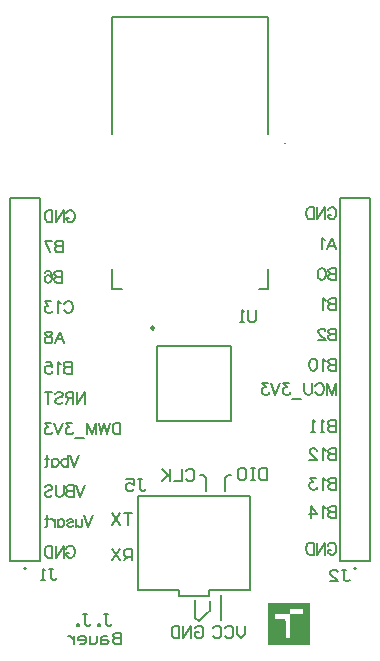
<source format=gbo>
G04*
G04 #@! TF.GenerationSoftware,Altium Limited,Altium Designer,26.1.1 (7)*
G04*
G04 Layer_Color=32896*
%FSLAX25Y25*%
%MOIN*%
G70*
G04*
G04 #@! TF.SameCoordinates,21E4D09F-D184-4A1B-8AE9-C821449E0F92*
G04*
G04*
G04 #@! TF.FilePolarity,Positive*
G04*
G01*
G75*
%ADD10C,0.00984*%
%ADD11C,0.00787*%
%ADD12C,0.00394*%
%ADD15C,0.00602*%
G36*
X230217Y51378D02*
Y51355D01*
Y48996D01*
X216339D01*
Y62850D01*
X230217D01*
Y51378D01*
D02*
G37*
%LPC*%
G36*
X223694Y59173D02*
X218582D01*
Y57739D01*
X221127D01*
Y57715D01*
X221265D01*
Y57692D01*
X221358D01*
Y57669D01*
X221427D01*
Y57646D01*
X221473D01*
Y57623D01*
X221520D01*
Y57600D01*
X221566D01*
Y57577D01*
X221589D01*
Y57554D01*
X221635D01*
Y57530D01*
X221658D01*
Y57507D01*
X221705D01*
Y57484D01*
X221728D01*
Y57461D01*
X221751D01*
Y57438D01*
X221774D01*
Y57415D01*
X221797D01*
Y57392D01*
X221820D01*
Y57369D01*
X221844D01*
Y57345D01*
X221867D01*
Y57299D01*
X221890D01*
Y57276D01*
X221913D01*
Y57253D01*
X221936D01*
Y57207D01*
X221959D01*
Y57160D01*
X221982D01*
Y57114D01*
X222005D01*
Y57068D01*
X222028D01*
Y56975D01*
X222052D01*
Y56860D01*
X222075D01*
Y51794D01*
Y51771D01*
Y51285D01*
X223694D01*
Y59173D01*
D02*
G37*
G36*
X227973Y60746D02*
X223694D01*
Y59173D01*
X227996D01*
Y60722D01*
X227973D01*
Y60746D01*
D02*
G37*
%LPD*%
D10*
X178268Y154626D02*
G03*
X178268Y154626I-492J0D01*
G01*
D11*
X135689Y74394D02*
G03*
X135689Y74394I-394J0D01*
G01*
X245689D02*
G03*
X245689Y74394I-394J0D01*
G01*
X213150Y167677D02*
X216299D01*
Y174370D01*
X164331Y167677D02*
X167480D01*
X164331D02*
Y174370D01*
Y219252D02*
Y258228D01*
X216299D01*
Y219252D02*
Y258228D01*
X179154Y148425D02*
X203957D01*
Y123622D02*
Y148425D01*
X179154Y123622D02*
X203957D01*
X179154D02*
Y148425D01*
X196476Y67079D02*
X210256D01*
X196476Y65110D02*
Y67079D01*
X186634Y65110D02*
X196476D01*
X186634D02*
Y67079D01*
X172854D02*
X186634D01*
X172854D02*
Y98575D01*
X210256D01*
Y67079D02*
Y98575D01*
X130295Y76953D02*
X140295D01*
X132795Y197957D02*
X137795D01*
X140295Y76953D02*
Y197898D01*
X130295Y76953D02*
Y197898D01*
Y197957D02*
X132795D01*
X137795D02*
X140295D01*
X247795D02*
X250295D01*
X240295D02*
X242795D01*
X240295Y76953D02*
Y197898D01*
X250295Y76953D02*
Y197898D01*
X242795Y197957D02*
X247795D01*
X240295Y76953D02*
X250295D01*
D12*
X221811Y216102D02*
G03*
X222205Y216102I197J0D01*
G01*
D02*
G03*
X221811Y216102I-197J0D01*
G01*
D15*
X196727Y60310D02*
Y63737D01*
X196358Y59941D02*
X196727Y60310D01*
X193209Y56791D02*
X196358Y59941D01*
X192027Y57973D02*
X193128Y56872D01*
X192027Y57973D02*
Y59252D01*
X192028Y63779D01*
X200394Y57382D02*
Y65650D01*
X202756Y105413D02*
X203937D01*
X201772Y100295D02*
Y104429D01*
X202756Y105413D01*
X194685Y105512D02*
X195669Y104528D01*
Y100394D02*
Y104528D01*
X193504Y105512D02*
X194685D01*
X161646Y59230D02*
X162958D01*
X162302D01*
Y55950D01*
X162958Y55295D01*
X163614D01*
X164270Y55950D01*
X160334Y55295D02*
Y55950D01*
X159678D01*
Y55295D01*
X160334D01*
X154430Y59230D02*
X155742D01*
X155086D01*
Y55950D01*
X155742Y55295D01*
X156398D01*
X157054Y55950D01*
X153119Y55295D02*
Y55950D01*
X152462D01*
Y55295D01*
X153119D01*
X167222Y53062D02*
Y49126D01*
X165254D01*
X164598Y49782D01*
Y50438D01*
X165254Y51094D01*
X167222D01*
X165254D01*
X164598Y51750D01*
Y52406D01*
X165254Y53062D01*
X167222D01*
X162630Y51750D02*
X161318D01*
X160662Y51094D01*
Y49126D01*
X162630D01*
X163286Y49782D01*
X162630Y50438D01*
X160662D01*
X159350Y51750D02*
Y49782D01*
X158694Y49126D01*
X156726D01*
Y51750D01*
X153446Y49126D02*
X154758D01*
X155414Y49782D01*
Y51094D01*
X154758Y51750D01*
X153446D01*
X152790Y51094D01*
Y50438D01*
X155414D01*
X151479Y51750D02*
Y49126D01*
Y50438D01*
X150823Y51094D01*
X150167Y51750D01*
X149511D01*
X148953Y192873D02*
X149141Y193248D01*
X149516Y193623D01*
X149890Y193810D01*
X150640D01*
X151015Y193623D01*
X151390Y193248D01*
X151577Y192873D01*
X151765Y192311D01*
Y191373D01*
X151577Y190811D01*
X151390Y190436D01*
X151015Y190061D01*
X150640Y189874D01*
X149890D01*
X149516Y190061D01*
X149141Y190436D01*
X148953Y190811D01*
Y191373D01*
X149890D02*
X148953D01*
X148054Y193810D02*
Y189874D01*
Y193810D02*
X145430Y189874D01*
Y193810D02*
Y189874D01*
X144342Y193810D02*
Y189874D01*
Y193810D02*
X143030D01*
X142468Y193623D01*
X142093Y193248D01*
X141906Y192873D01*
X141718Y192311D01*
Y191373D01*
X141906Y190811D01*
X142093Y190436D01*
X142468Y190061D01*
X143030Y189874D01*
X144342D01*
X191951Y54669D02*
X192607Y55326D01*
X193919D01*
X194575Y54669D01*
Y52046D01*
X193919Y51390D01*
X192607D01*
X191951Y52046D01*
Y53358D01*
X193263D01*
X190639Y51390D02*
Y55326D01*
X188015Y51390D01*
Y55326D01*
X186703D02*
Y51390D01*
X184736D01*
X184080Y52046D01*
Y54669D01*
X184736Y55326D01*
X186703D01*
X208453Y55129D02*
Y52505D01*
X207141Y51193D01*
X205829Y52505D01*
Y55129D01*
X201893Y54473D02*
X202549Y55129D01*
X203861D01*
X204517Y54473D01*
Y51849D01*
X203861Y51193D01*
X202549D01*
X201893Y51849D01*
X197958Y54473D02*
X198613Y55129D01*
X199925D01*
X200581Y54473D01*
Y51849D01*
X199925Y51193D01*
X198613D01*
X197958Y51849D01*
X170854Y77079D02*
Y81015D01*
X168886D01*
X168230Y80358D01*
Y79047D01*
X168886Y78391D01*
X170854D01*
X169542D02*
X168230Y77079D01*
X166919Y81015D02*
X164295Y77079D01*
Y81015D02*
X166919Y77079D01*
X170854Y92826D02*
X168230D01*
X169542D01*
Y88890D01*
X166919Y92826D02*
X164295Y88890D01*
Y92826D02*
X166919Y88890D01*
X188900Y106933D02*
X189556Y107589D01*
X190868D01*
X191524Y106933D01*
Y104309D01*
X190868Y103654D01*
X189556D01*
X188900Y104309D01*
X187588Y107589D02*
Y103654D01*
X184964D01*
X183652Y107589D02*
Y103654D01*
Y104965D01*
X181028Y107589D01*
X182996Y105621D01*
X181028Y103654D01*
X215933Y107885D02*
Y103949D01*
X213965D01*
X213309Y104605D01*
Y107229D01*
X213965Y107885D01*
X215933D01*
X211997D02*
X210685D01*
X211341D01*
Y103949D01*
X211997D01*
X210685D01*
X206750Y107885D02*
X208062D01*
X208717Y107229D01*
Y104605D01*
X208062Y103949D01*
X206750D01*
X206094Y104605D01*
Y107229D01*
X206750Y107885D01*
X238965Y95188D02*
Y91252D01*
Y95188D02*
X237278D01*
X236715Y95001D01*
X236528Y94813D01*
X236340Y94438D01*
Y94064D01*
X236528Y93689D01*
X236715Y93501D01*
X237278Y93314D01*
X238965D02*
X237278D01*
X236715Y93126D01*
X236528Y92939D01*
X236340Y92564D01*
Y92002D01*
X236528Y91627D01*
X236715Y91439D01*
X237278Y91252D01*
X238965D01*
X235459Y94438D02*
X235085Y94626D01*
X234522Y95188D01*
Y91252D01*
X230699Y95188D02*
X232573Y92564D01*
X229761D01*
X230699Y95188D02*
Y91252D01*
X157857Y92235D02*
X156357Y88299D01*
X154858Y92235D02*
X156357Y88299D01*
X154351Y90923D02*
Y89049D01*
X154164Y88487D01*
X153789Y88299D01*
X153227D01*
X152852Y88487D01*
X152290Y89049D01*
Y90923D02*
Y88299D01*
X149197Y90361D02*
X149384Y90736D01*
X149947Y90923D01*
X150509D01*
X151071Y90736D01*
X151259Y90361D01*
X151071Y89986D01*
X150697Y89799D01*
X149759Y89611D01*
X149384Y89424D01*
X149197Y89049D01*
Y88862D01*
X149384Y88487D01*
X149947Y88299D01*
X150509D01*
X151071Y88487D01*
X151259Y88862D01*
X146123Y90923D02*
Y88299D01*
Y90361D02*
X146498Y90736D01*
X146873Y90923D01*
X147435D01*
X147810Y90736D01*
X148185Y90361D01*
X148372Y89799D01*
Y89424D01*
X148185Y88862D01*
X147810Y88487D01*
X147435Y88299D01*
X146873D01*
X146498Y88487D01*
X146123Y88862D01*
X145073Y90923D02*
Y88299D01*
Y89799D02*
X144886Y90361D01*
X144511Y90736D01*
X144136Y90923D01*
X143574D01*
X142656Y92235D02*
Y89049D01*
X142468Y88487D01*
X142093Y88299D01*
X141718D01*
X143218Y90923D02*
X141906D01*
X236153Y82046D02*
X236340Y82421D01*
X236715Y82796D01*
X237090Y82983D01*
X237840D01*
X238215Y82796D01*
X238590Y82421D01*
X238777Y82046D01*
X238965Y81484D01*
Y80547D01*
X238777Y79984D01*
X238590Y79610D01*
X238215Y79235D01*
X237840Y79047D01*
X237090D01*
X236715Y79235D01*
X236340Y79610D01*
X236153Y79984D01*
Y80547D01*
X237090D02*
X236153D01*
X235253Y82983D02*
Y79047D01*
Y82983D02*
X232629Y79047D01*
Y82983D02*
Y79047D01*
X231542Y82983D02*
Y79047D01*
Y82983D02*
X230230D01*
X229668Y82796D01*
X229293Y82421D01*
X229105Y82046D01*
X228918Y81484D01*
Y80547D01*
X229105Y79984D01*
X229293Y79610D01*
X229668Y79235D01*
X230230Y79047D01*
X231542D01*
X238965Y104637D02*
Y100701D01*
Y104637D02*
X237278D01*
X236715Y104449D01*
X236528Y104262D01*
X236340Y103887D01*
Y103512D01*
X236528Y103137D01*
X236715Y102950D01*
X237278Y102763D01*
X238965D02*
X237278D01*
X236715Y102575D01*
X236528Y102388D01*
X236340Y102013D01*
Y101451D01*
X236528Y101076D01*
X236715Y100888D01*
X237278Y100701D01*
X238965D01*
X235459Y103887D02*
X235085Y104075D01*
X234522Y104637D01*
Y100701D01*
X232198Y104637D02*
X230136D01*
X231261Y103137D01*
X230699D01*
X230324Y102950D01*
X230136Y102763D01*
X229949Y102200D01*
Y101825D01*
X230136Y101263D01*
X230511Y100888D01*
X231073Y100701D01*
X231636D01*
X232198Y100888D01*
X232386Y101076D01*
X232573Y101451D01*
X238965Y114479D02*
Y110543D01*
Y114479D02*
X237278D01*
X236715Y114292D01*
X236528Y114105D01*
X236340Y113730D01*
Y113355D01*
X236528Y112980D01*
X236715Y112793D01*
X237278Y112605D01*
X238965D02*
X237278D01*
X236715Y112418D01*
X236528Y112230D01*
X236340Y111855D01*
Y111293D01*
X236528Y110918D01*
X236715Y110731D01*
X237278Y110543D01*
X238965D01*
X235459Y113730D02*
X235085Y113917D01*
X234522Y114479D01*
Y110543D01*
X232386Y113542D02*
Y113730D01*
X232198Y114105D01*
X232011Y114292D01*
X231636Y114479D01*
X230886D01*
X230511Y114292D01*
X230324Y114105D01*
X230136Y113730D01*
Y113355D01*
X230324Y112980D01*
X230699Y112418D01*
X232573Y110543D01*
X229949D01*
X238965Y123829D02*
Y119894D01*
X236997D01*
X236341Y120550D01*
Y121206D01*
X236997Y121862D01*
X238965D01*
X236997D01*
X236341Y122518D01*
Y123173D01*
X236997Y123829D01*
X238965D01*
X235029Y119894D02*
X233717D01*
X234373D01*
Y123829D01*
X235029Y123173D01*
X231749Y119894D02*
X230437D01*
X231093D01*
Y123829D01*
X231749Y123173D01*
X238965Y136264D02*
Y132328D01*
Y136264D02*
X237465Y132328D01*
X235966Y136264D02*
X237465Y132328D01*
X235966Y136264D02*
Y132328D01*
X232029Y135327D02*
X232217Y135702D01*
X232592Y136076D01*
X232967Y136264D01*
X233716D01*
X234091Y136076D01*
X234466Y135702D01*
X234653Y135327D01*
X234841Y134765D01*
Y133827D01*
X234653Y133265D01*
X234466Y132890D01*
X234091Y132515D01*
X233716Y132328D01*
X232967D01*
X232592Y132515D01*
X232217Y132890D01*
X232029Y133265D01*
X230924Y136264D02*
Y133452D01*
X230736Y132890D01*
X230361Y132515D01*
X229799Y132328D01*
X229424D01*
X228862Y132515D01*
X228487Y132890D01*
X228299Y133452D01*
Y136264D01*
X227212Y131016D02*
X224213D01*
X223332Y136264D02*
X221271D01*
X222395Y134765D01*
X221833D01*
X221458Y134577D01*
X221271Y134390D01*
X221083Y133827D01*
Y133452D01*
X221271Y132890D01*
X221645Y132515D01*
X222208Y132328D01*
X222770D01*
X223332Y132515D01*
X223520Y132703D01*
X223707Y133078D01*
X220202Y136264D02*
X218703Y132328D01*
X217203Y136264D02*
X218703Y132328D01*
X216322Y136264D02*
X214261D01*
X215385Y134765D01*
X214823D01*
X214448Y134577D01*
X214261Y134390D01*
X214073Y133827D01*
Y133452D01*
X214261Y132890D01*
X214635Y132515D01*
X215198Y132328D01*
X215760D01*
X216322Y132515D01*
X216510Y132703D01*
X216697Y133078D01*
X238965Y144269D02*
Y140333D01*
Y144269D02*
X237278D01*
X236715Y144082D01*
X236528Y143895D01*
X236340Y143520D01*
Y143145D01*
X236528Y142770D01*
X236715Y142582D01*
X237278Y142395D01*
X238965D02*
X237278D01*
X236715Y142208D01*
X236528Y142020D01*
X236340Y141645D01*
Y141083D01*
X236528Y140708D01*
X236715Y140521D01*
X237278Y140333D01*
X238965D01*
X235459Y143520D02*
X235085Y143707D01*
X234522Y144269D01*
Y140333D01*
X231448Y144269D02*
X232011Y144082D01*
X232385Y143520D01*
X232573Y142582D01*
Y142020D01*
X232385Y141083D01*
X232011Y140521D01*
X231448Y140333D01*
X231073D01*
X230511Y140521D01*
X230136Y141083D01*
X229949Y142020D01*
Y142582D01*
X230136Y143520D01*
X230511Y144082D01*
X231073Y144269D01*
X231448D01*
X238965Y154374D02*
Y150438D01*
Y154374D02*
X237278D01*
X236715Y154187D01*
X236528Y153999D01*
X236340Y153625D01*
Y153250D01*
X236528Y152875D01*
X236715Y152687D01*
X237278Y152500D01*
X238965D02*
X237278D01*
X236715Y152313D01*
X236528Y152125D01*
X236340Y151750D01*
Y151188D01*
X236528Y150813D01*
X236715Y150626D01*
X237278Y150438D01*
X238965D01*
X235272Y153437D02*
Y153625D01*
X235085Y153999D01*
X234897Y154187D01*
X234522Y154374D01*
X233773D01*
X233398Y154187D01*
X233210Y153999D01*
X233023Y153625D01*
Y153250D01*
X233210Y152875D01*
X233585Y152313D01*
X235459Y150438D01*
X232835D01*
X238965Y164479D02*
Y160543D01*
Y164479D02*
X237278D01*
X236715Y164292D01*
X236528Y164104D01*
X236340Y163730D01*
Y163355D01*
X236528Y162980D01*
X236715Y162792D01*
X237278Y162605D01*
X238965D02*
X237278D01*
X236715Y162418D01*
X236528Y162230D01*
X236340Y161855D01*
Y161293D01*
X236528Y160918D01*
X236715Y160731D01*
X237278Y160543D01*
X238965D01*
X235459Y163730D02*
X235085Y163917D01*
X234522Y164479D01*
Y160543D01*
X238965Y174584D02*
Y170648D01*
Y174584D02*
X237278D01*
X236715Y174397D01*
X236528Y174209D01*
X236340Y173835D01*
Y173460D01*
X236528Y173085D01*
X236715Y172897D01*
X237278Y172710D01*
X238965D02*
X237278D01*
X236715Y172523D01*
X236528Y172335D01*
X236340Y171960D01*
Y171398D01*
X236528Y171023D01*
X236715Y170836D01*
X237278Y170648D01*
X238965D01*
X234335Y174584D02*
X234897Y174397D01*
X235272Y173835D01*
X235459Y172897D01*
Y172335D01*
X235272Y171398D01*
X234897Y170836D01*
X234335Y170648D01*
X233960D01*
X233398Y170836D01*
X233023Y171398D01*
X232835Y172335D01*
Y172897D01*
X233023Y173835D01*
X233398Y174397D01*
X233960Y174584D01*
X234335D01*
X235966Y180753D02*
X237465Y184689D01*
X238965Y180753D01*
X238402Y182065D02*
X236528D01*
X235047Y183940D02*
X234672Y184127D01*
X234110Y184689D01*
Y180753D01*
X236153Y193857D02*
X236340Y194232D01*
X236715Y194607D01*
X237090Y194794D01*
X237840D01*
X238215Y194607D01*
X238590Y194232D01*
X238777Y193857D01*
X238965Y193295D01*
Y192358D01*
X238777Y191795D01*
X238590Y191420D01*
X238215Y191046D01*
X237840Y190858D01*
X237090D01*
X236715Y191046D01*
X236340Y191420D01*
X236153Y191795D01*
Y192358D01*
X237090D02*
X236153D01*
X235253Y194794D02*
Y190858D01*
Y194794D02*
X232629Y190858D01*
Y194794D02*
Y190858D01*
X231542Y194794D02*
Y190858D01*
Y194794D02*
X230230D01*
X229668Y194607D01*
X229293Y194232D01*
X229105Y193857D01*
X228918Y193295D01*
Y192358D01*
X229105Y191795D01*
X229293Y191420D01*
X229668Y191046D01*
X230230Y190858D01*
X231542D01*
X147847Y183705D02*
Y179769D01*
Y183705D02*
X146161D01*
X145598Y183518D01*
X145411Y183330D01*
X145223Y182955D01*
Y182580D01*
X145411Y182206D01*
X145598Y182018D01*
X146161Y181831D01*
X147847D02*
X146161D01*
X145598Y181643D01*
X145411Y181456D01*
X145223Y181081D01*
Y180519D01*
X145411Y180144D01*
X145598Y179956D01*
X146161Y179769D01*
X147847D01*
X141718Y183705D02*
X143593Y179769D01*
X144342Y183705D02*
X141718D01*
X147660Y173600D02*
Y169664D01*
Y173600D02*
X145973D01*
X145411Y173413D01*
X145223Y173225D01*
X145036Y172850D01*
Y172476D01*
X145223Y172101D01*
X145411Y171913D01*
X145973Y171726D01*
X147660D02*
X145973D01*
X145411Y171538D01*
X145223Y171351D01*
X145036Y170976D01*
Y170414D01*
X145223Y170039D01*
X145411Y169851D01*
X145973Y169664D01*
X147660D01*
X141906Y173038D02*
X142093Y173413D01*
X142656Y173600D01*
X143030D01*
X143593Y173413D01*
X143968Y172850D01*
X144155Y171913D01*
Y170976D01*
X143968Y170226D01*
X143593Y169851D01*
X143030Y169664D01*
X142843D01*
X142281Y169851D01*
X141906Y170226D01*
X141718Y170789D01*
Y170976D01*
X141906Y171538D01*
X142281Y171913D01*
X142843Y172101D01*
X143030D01*
X143593Y171913D01*
X143968Y171538D01*
X144155Y170976D01*
X148335Y162558D02*
X148522Y162933D01*
X148897Y163308D01*
X149272Y163495D01*
X150022D01*
X150397Y163308D01*
X150771Y162933D01*
X150959Y162558D01*
X151146Y161996D01*
Y161058D01*
X150959Y160496D01*
X150771Y160121D01*
X150397Y159746D01*
X150022Y159559D01*
X149272D01*
X148897Y159746D01*
X148522Y160121D01*
X148335Y160496D01*
X147229Y162745D02*
X146854Y162933D01*
X146292Y163495D01*
Y159559D01*
X143968Y163495D02*
X141906D01*
X143030Y161996D01*
X142468D01*
X142093Y161808D01*
X141906Y161621D01*
X141718Y161058D01*
Y160684D01*
X141906Y160121D01*
X142281Y159746D01*
X142843Y159559D01*
X143405D01*
X143968Y159746D01*
X144155Y159934D01*
X144342Y160309D01*
X145261Y149454D02*
X146760Y153390D01*
X148260Y149454D01*
X147697Y150766D02*
X145823D01*
X143405Y153390D02*
X143968Y153203D01*
X144155Y152828D01*
Y152453D01*
X143968Y152078D01*
X143593Y151891D01*
X142843Y151703D01*
X142281Y151516D01*
X141906Y151141D01*
X141718Y150766D01*
Y150204D01*
X141906Y149829D01*
X142093Y149641D01*
X142656Y149454D01*
X143405D01*
X143968Y149641D01*
X144155Y149829D01*
X144342Y150204D01*
Y150766D01*
X144155Y151141D01*
X143780Y151516D01*
X143218Y151703D01*
X142468Y151891D01*
X142093Y152078D01*
X141906Y152453D01*
Y152828D01*
X142093Y153203D01*
X142656Y153390D01*
X143405D01*
X150734Y143285D02*
Y139349D01*
Y143285D02*
X149047D01*
X148485Y143098D01*
X148297Y142910D01*
X148110Y142535D01*
Y142160D01*
X148297Y141786D01*
X148485Y141598D01*
X149047Y141411D01*
X150734D02*
X149047D01*
X148485Y141223D01*
X148297Y141036D01*
X148110Y140661D01*
Y140099D01*
X148297Y139724D01*
X148485Y139536D01*
X149047Y139349D01*
X150734D01*
X147229Y142535D02*
X146854Y142723D01*
X146292Y143285D01*
Y139349D01*
X142093Y143285D02*
X143968D01*
X144155Y141598D01*
X143968Y141786D01*
X143405Y141973D01*
X142843D01*
X142281Y141786D01*
X141906Y141411D01*
X141718Y140848D01*
Y140474D01*
X141906Y139911D01*
X142281Y139536D01*
X142843Y139349D01*
X143405D01*
X143968Y139536D01*
X144155Y139724D01*
X144342Y140099D01*
X155064Y133180D02*
Y129244D01*
Y133180D02*
X152440Y129244D01*
Y133180D02*
Y129244D01*
X151353Y133180D02*
Y129244D01*
Y133180D02*
X149666D01*
X149103Y132993D01*
X148916Y132805D01*
X148728Y132430D01*
Y132055D01*
X148916Y131681D01*
X149103Y131493D01*
X149666Y131306D01*
X151353D01*
X150040D02*
X148728Y129244D01*
X145223Y132618D02*
X145598Y132993D01*
X146161Y133180D01*
X146910D01*
X147473Y132993D01*
X147847Y132618D01*
Y132243D01*
X147660Y131868D01*
X147473Y131681D01*
X147098Y131493D01*
X145973Y131118D01*
X145598Y130931D01*
X145411Y130743D01*
X145223Y130369D01*
Y129806D01*
X145598Y129431D01*
X146161Y129244D01*
X146910D01*
X147473Y129431D01*
X147847Y129806D01*
X143030Y133180D02*
Y129244D01*
X144342Y133180D02*
X141718D01*
X167022Y123075D02*
Y119139D01*
Y123075D02*
X165710D01*
X165148Y122888D01*
X164773Y122513D01*
X164586Y122138D01*
X164398Y121576D01*
Y120639D01*
X164586Y120076D01*
X164773Y119701D01*
X165148Y119326D01*
X165710Y119139D01*
X167022D01*
X163517Y123075D02*
X162580Y119139D01*
X161643Y123075D02*
X162580Y119139D01*
X161643Y123075D02*
X160706Y119139D01*
X159768Y123075D02*
X160706Y119139D01*
X158981Y123075D02*
Y119139D01*
Y123075D02*
X157482Y119139D01*
X155982Y123075D02*
X157482Y119139D01*
X155982Y123075D02*
Y119139D01*
X154858Y117827D02*
X151859D01*
X150978Y123075D02*
X148916D01*
X150040Y121576D01*
X149478D01*
X149103Y121388D01*
X148916Y121201D01*
X148728Y120639D01*
Y120264D01*
X148916Y119701D01*
X149291Y119326D01*
X149853Y119139D01*
X150415D01*
X150978Y119326D01*
X151165Y119514D01*
X151353Y119889D01*
X147847Y123075D02*
X146348Y119139D01*
X144849Y123075D02*
X146348Y119139D01*
X143968Y123075D02*
X141906D01*
X143030Y121576D01*
X142468D01*
X142093Y121388D01*
X141906Y121201D01*
X141718Y120639D01*
Y120264D01*
X141906Y119701D01*
X142281Y119326D01*
X142843Y119139D01*
X143405D01*
X143968Y119326D01*
X144155Y119514D01*
X144342Y119889D01*
X153114Y112314D02*
X151615Y108378D01*
X150116Y112314D02*
X151615Y108378D01*
X149609Y112314D02*
Y108378D01*
Y110440D02*
X149234Y110815D01*
X148860Y111002D01*
X148297D01*
X147923Y110815D01*
X147548Y110440D01*
X147360Y109878D01*
Y109503D01*
X147548Y108940D01*
X147923Y108565D01*
X148297Y108378D01*
X148860D01*
X149234Y108565D01*
X149609Y108940D01*
X144267Y111002D02*
Y108378D01*
Y110440D02*
X144642Y110815D01*
X145017Y111002D01*
X145580D01*
X145954Y110815D01*
X146329Y110440D01*
X146517Y109878D01*
Y109503D01*
X146329Y108940D01*
X145954Y108565D01*
X145580Y108378D01*
X145017D01*
X144642Y108565D01*
X144267Y108940D01*
X142656Y112314D02*
Y109128D01*
X142468Y108565D01*
X142093Y108378D01*
X141718D01*
X143218Y111002D02*
X141906D01*
X155064Y102209D02*
X153564Y98273D01*
X152065Y102209D02*
X153564Y98273D01*
X151559Y102209D02*
Y98273D01*
Y102209D02*
X149872D01*
X149310Y102022D01*
X149122Y101834D01*
X148935Y101459D01*
Y101084D01*
X149122Y100710D01*
X149310Y100522D01*
X149872Y100335D01*
X151559D02*
X149872D01*
X149310Y100147D01*
X149122Y99960D01*
X148935Y99585D01*
Y99023D01*
X149122Y98648D01*
X149310Y98460D01*
X149872Y98273D01*
X151559D01*
X148054Y102209D02*
Y99398D01*
X147866Y98835D01*
X147491Y98460D01*
X146929Y98273D01*
X146554D01*
X145992Y98460D01*
X145617Y98835D01*
X145430Y99398D01*
Y102209D01*
X141718Y101647D02*
X142093Y102022D01*
X142656Y102209D01*
X143405D01*
X143968Y102022D01*
X144342Y101647D01*
Y101272D01*
X144155Y100897D01*
X143968Y100710D01*
X143593Y100522D01*
X142468Y100147D01*
X142093Y99960D01*
X141906Y99773D01*
X141718Y99398D01*
Y98835D01*
X142093Y98460D01*
X142656Y98273D01*
X143405D01*
X143968Y98460D01*
X144342Y98835D01*
X148953Y81062D02*
X149141Y81437D01*
X149516Y81812D01*
X149890Y81999D01*
X150640D01*
X151015Y81812D01*
X151390Y81437D01*
X151577Y81062D01*
X151765Y80500D01*
Y79562D01*
X151577Y79000D01*
X151390Y78625D01*
X151015Y78250D01*
X150640Y78063D01*
X149890D01*
X149516Y78250D01*
X149141Y78625D01*
X148953Y79000D01*
Y79562D01*
X149890D02*
X148953D01*
X148054Y81999D02*
Y78063D01*
Y81999D02*
X145430Y78063D01*
Y81999D02*
Y78063D01*
X144342Y81999D02*
Y78063D01*
Y81999D02*
X143030D01*
X142468Y81812D01*
X142093Y81437D01*
X141906Y81062D01*
X141718Y80500D01*
Y79562D01*
X141906Y79000D01*
X142093Y78625D01*
X142468Y78250D01*
X143030Y78063D01*
X144342D01*
X212073Y160629D02*
Y157350D01*
X211417Y156694D01*
X210105D01*
X209449Y157350D01*
Y160629D01*
X208137Y156694D02*
X206825D01*
X207481D01*
Y160629D01*
X208137Y159973D01*
X172900Y104330D02*
X174212D01*
X173556D01*
Y101050D01*
X174212Y100394D01*
X174868D01*
X175524Y101050D01*
X168964Y104330D02*
X171588D01*
Y102362D01*
X170276Y103018D01*
X169620D01*
X168964Y102362D01*
Y101050D01*
X169620Y100394D01*
X170932D01*
X171588Y101050D01*
X240813Y74015D02*
X242125D01*
X241469D01*
Y70735D01*
X242125Y70079D01*
X242781D01*
X243437Y70735D01*
X236878Y70079D02*
X239502D01*
X236878Y72703D01*
Y73359D01*
X237534Y74015D01*
X238846D01*
X239502Y73359D01*
X143307Y74409D02*
X144619D01*
X143963D01*
Y71129D01*
X144619Y70473D01*
X145275D01*
X145931Y71129D01*
X141995Y70473D02*
X140683D01*
X141339D01*
Y74409D01*
X141995Y73753D01*
M02*

</source>
